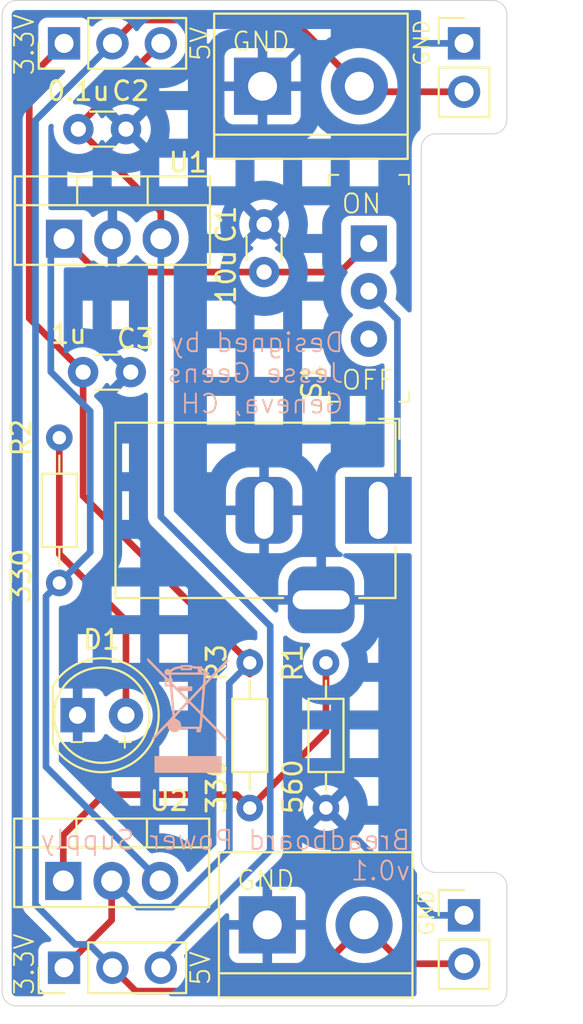
<source format=kicad_pcb>
(kicad_pcb (version 20240108) (generator "pcbnew") (generator_version "8.0")
  (layers (0 "F.Cu" signal) (31 "B.Cu" signal) (34 "B.Paste" user) (35 "F.Paste" user) (36 "B.SilkS" user "B.Silkscreen") (37 "F.SilkS" user "F.Silkscreen") (38 "B.Mask" user) (39 "F.Mask" user) (44 "Edge.Cuts" user))
  (net 0 "")
  (net 1 "GND")
  (net 2 "/12V")
  (net 3 "/5V")
  (net 4 "/3.3V")
  (net 5 "Net-(D1-A)")
  (net 6 "/PWR_OUTPUT")
  (net 7 "/PWR_INPUT")
  (net 8 "Net-(U2-ADJ)")
  (footprint "TerminalBlock:TerminalBlock_bornier-2_P5.08mm" (layer "F.Cu") (at 63.92 107.75)
    (property "Reference" "J7" (hide yes))
    (property "Value" "Screw_Terminal_01x02" (hide yes))
    (pad "1" thru_hole rect (at 0 0) (size 3 3) (drill 1.52) (layers "*.Cu" "*.Mask" "In1.Cu" "In2.Cu" "In3.Cu" "In4.Cu" "In5.Cu" "In6.Cu" "In7.Cu" "In8.Cu" "In9.Cu" "In10.Cu" "In11.Cu" "In12.Cu" "In13.Cu" "In14.Cu" "In15.Cu" "In16.Cu" "In17.Cu" "In18.Cu" "In19.Cu" "In20.Cu" "In21.Cu" "In22.Cu" "In23.Cu" "In24.Cu" "In25.Cu" "In26.Cu" "In27.Cu" "In28.Cu" "In29.Cu" "In30.Cu") (net 1 "GND"))
    (pad "2" thru_hole circle (at 5.08 0) (size 3 3) (drill 1.52) (layers "*.Cu" "*.Mask" "In1.Cu" "In2.Cu" "In3.Cu" "In4.Cu" "In5.Cu" "In6.Cu" "In7.Cu" "In8.Cu" "In9.Cu" "In10.Cu" "In11.Cu" "In12.Cu" "In13.Cu" "In14.Cu" "In15.Cu" "In16.Cu" "In17.Cu" "In18.Cu" "In19.Cu" "In20.Cu" "In21.Cu" "In22.Cu" "In23.Cu" "In24.Cu" "In25.Cu" "In26.Cu" "In27.Cu" "In28.Cu" "In29.Cu" "In30.Cu") (net 6 "/PWR_OUTPUT"))
  )
  (footprint "Resistor_THT:R_Axial_DIN0204_L3.6mm_D1.6mm_P7.62mm_Horizontal" (layer "F.Cu") (at 63 101.62 90)
    (property "Reference" "R3" (at 7.62 -1.75 90) (layer "F.SilkS"))
    (property "Value" "330" (at 1.12 -1.75 90) (layer "F.SilkS"))
    (pad "1" thru_hole circle (at 0 0 90) (size 1.4 1.4) (drill 0.7) (layers "*.Cu" "*.Mask" "In1.Cu" "In2.Cu" "In3.Cu" "In4.Cu" "In5.Cu" "In6.Cu" "In7.Cu" "In8.Cu" "In9.Cu" "In10.Cu" "In11.Cu" "In12.Cu" "In13.Cu" "In14.Cu" "In15.Cu" "In16.Cu" "In17.Cu" "In18.Cu" "In19.Cu" "In20.Cu" "In21.Cu" "In22.Cu" "In23.Cu" "In24.Cu" "In25.Cu" "In26.Cu" "In27.Cu" "In28.Cu" "In29.Cu" "In30.Cu") (net 8 "Net-(U2-ADJ)"))
    (pad "2" thru_hole oval (at 7.62 0 90) (size 1.4 1.4) (drill 0.7) (layers "*.Cu" "*.Mask" "In1.Cu" "In2.Cu" "In3.Cu" "In4.Cu" "In5.Cu" "In6.Cu" "In7.Cu" "In8.Cu" "In9.Cu" "In10.Cu" "In11.Cu" "In12.Cu" "In13.Cu" "In14.Cu" "In15.Cu" "In16.Cu" "In17.Cu" "In18.Cu" "In19.Cu" "In20.Cu" "In21.Cu" "In22.Cu" "In23.Cu" "In24.Cu" "In25.Cu" "In26.Cu" "In27.Cu" "In28.Cu" "In29.Cu" "In30.Cu") (net 4 "/3.3V"))
  )
  (footprint "Connector_PinHeader_2.54mm:PinHeader_1x02_P2.54mm_Vertical" (layer "F.Cu") (at 74.25 107.25)
    (property "Reference" "J2" (hide yes))
    (property "Value" "Conn_01x02_Pin")
    (pad "1" thru_hole rect (at 0 0) (size 1.7 1.7) (drill 1) (layers "*.Cu" "*.Mask" "In1.Cu" "In2.Cu" "In3.Cu" "In4.Cu" "In5.Cu" "In6.Cu" "In7.Cu" "In8.Cu" "In9.Cu" "In10.Cu" "In11.Cu" "In12.Cu" "In13.Cu" "In14.Cu" "In15.Cu" "In16.Cu" "In17.Cu" "In18.Cu" "In19.Cu" "In20.Cu" "In21.Cu" "In22.Cu" "In23.Cu" "In24.Cu" "In25.Cu" "In26.Cu" "In27.Cu" "In28.Cu" "In29.Cu" "In30.Cu") (net 1 "GND"))
    (pad "2" thru_hole oval (at 0 2.54) (size 1.7 1.7) (drill 1) (layers "*.Cu" "*.Mask" "In1.Cu" "In2.Cu" "In3.Cu" "In4.Cu" "In5.Cu" "In6.Cu" "In7.Cu" "In8.Cu" "In9.Cu" "In10.Cu" "In11.Cu" "In12.Cu" "In13.Cu" "In14.Cu" "In15.Cu" "In16.Cu" "In17.Cu" "In18.Cu" "In19.Cu" "In20.Cu" "In21.Cu" "In22.Cu" "In23.Cu" "In24.Cu" "In25.Cu" "In26.Cu" "In27.Cu" "In28.Cu" "In29.Cu" "In30.Cu") (net 6 "/PWR_OUTPUT"))
  )
  (footprint "Connector_PinHeader_2.54mm:PinHeader_1x03_P2.54mm_Vertical" (layer "F.Cu") (at 53.25 110 90)
    (property "Reference" "J4" (hide yes))
    (property "Value" "Conn_01x03_Pin" (hide yes))
    (pad "1" thru_hole rect (at 0 0 90) (size 1.7 1.7) (drill 1) (layers "*.Cu" "*.Mask" "In1.Cu" "In2.Cu" "In3.Cu" "In4.Cu" "In5.Cu" "In6.Cu" "In7.Cu" "In8.Cu" "In9.Cu" "In10.Cu" "In11.Cu" "In12.Cu" "In13.Cu" "In14.Cu" "In15.Cu" "In16.Cu" "In17.Cu" "In18.Cu" "In19.Cu" "In20.Cu" "In21.Cu" "In22.Cu" "In23.Cu" "In24.Cu" "In25.Cu" "In26.Cu" "In27.Cu" "In28.Cu" "In29.Cu" "In30.Cu") (net 4 "/3.3V"))
    (pad "2" thru_hole oval (at 0 2.54 90) (size 1.7 1.7) (drill 1) (layers "*.Cu" "*.Mask" "In1.Cu" "In2.Cu" "In3.Cu" "In4.Cu" "In5.Cu" "In6.Cu" "In7.Cu" "In8.Cu" "In9.Cu" "In10.Cu" "In11.Cu" "In12.Cu" "In13.Cu" "In14.Cu" "In15.Cu" "In16.Cu" "In17.Cu" "In18.Cu" "In19.Cu" "In20.Cu" "In21.Cu" "In22.Cu" "In23.Cu" "In24.Cu" "In25.Cu" "In26.Cu" "In27.Cu" "In28.Cu" "In29.Cu" "In30.Cu") (net 6 "/PWR_OUTPUT"))
    (pad "3" thru_hole oval (at 0 5.08 90) (size 1.7 1.7) (drill 1) (layers "*.Cu" "*.Mask" "In1.Cu" "In2.Cu" "In3.Cu" "In4.Cu" "In5.Cu" "In6.Cu" "In7.Cu" "In8.Cu" "In9.Cu" "In10.Cu" "In11.Cu" "In12.Cu" "In13.Cu" "In14.Cu" "In15.Cu" "In16.Cu" "In17.Cu" "In18.Cu" "In19.Cu" "In20.Cu" "In21.Cu" "In22.Cu" "In23.Cu" "In24.Cu" "In25.Cu" "In26.Cu" "In27.Cu" "In28.Cu" "In29.Cu" "In30.Cu") (net 3 "/5V"))
  )
  (footprint "Connector_BarrelJack:BarrelJack_Horizontal" (layer "F.Cu") (at 69.75 86)
    (property "Reference" "J6" (hide yes))
    (property "Value" "Barrel_Jack_Switch" (hide yes))
    (pad "1" thru_hole rect (at 0 0) (size 3.5 3.5) (drill oval 1 3) (layers "*.Cu" "*.Mask" "In1.Cu" "In2.Cu" "In3.Cu" "In4.Cu" "In5.Cu" "In6.Cu" "In7.Cu" "In8.Cu" "In9.Cu" "In10.Cu" "In11.Cu" "In12.Cu" "In13.Cu" "In14.Cu" "In15.Cu" "In16.Cu" "In17.Cu" "In18.Cu" "In19.Cu" "In20.Cu" "In21.Cu" "In22.Cu" "In23.Cu" "In24.Cu" "In25.Cu" "In26.Cu" "In27.Cu" "In28.Cu" "In29.Cu" "In30.Cu") (net 7 "/PWR_INPUT"))
    (pad "2" thru_hole roundrect (at -6 0) (size 3 3.5) (drill oval 1 3) (layers "*.Cu" "*.Mask" "In1.Cu" "In2.Cu" "In3.Cu" "In4.Cu" "In5.Cu" "In6.Cu" "In7.Cu" "In8.Cu" "In9.Cu" "In10.Cu" "In11.Cu" "In12.Cu" "In13.Cu" "In14.Cu" "In15.Cu" "In16.Cu" "In17.Cu" "In18.Cu" "In19.Cu" "In20.Cu" "In21.Cu" "In22.Cu" "In23.Cu" "In24.Cu" "In25.Cu" "In26.Cu" "In27.Cu" "In28.Cu" "In29.Cu" "In30.Cu") (net 1 "GND"))
    (pad "3" thru_hole roundrect (at -3 4.7) (size 3.5 3.5) (drill oval 3 1) (layers "*.Cu" "*.Mask" "In1.Cu" "In2.Cu" "In3.Cu" "In4.Cu" "In5.Cu" "In6.Cu" "In7.Cu" "In8.Cu" "In9.Cu" "In10.Cu" "In11.Cu" "In12.Cu" "In13.Cu" "In14.Cu" "In15.Cu" "In16.Cu" "In17.Cu" "In18.Cu" "In19.Cu" "In20.Cu" "In21.Cu" "In22.Cu" "In23.Cu" "In24.Cu" "In25.Cu" "In26.Cu" "In27.Cu" "In28.Cu" "In29.Cu" "In30.Cu") (net 1 "GND"))
  )
  (footprint "Capacitor_THT:C_Disc_D3.0mm_W1.6mm_P2.50mm" (layer "F.Cu") (at 63.75 73.5 90)
    (property "Reference" "C1" (at 2.5 -2 90) (layer "F.SilkS"))
    (property "Value" "10u" (at -0.25 -2 90) (layer "F.SilkS"))
    (pad "1" thru_hole circle (at 0 0 90) (size 1.6 1.6) (drill 0.8) (layers "*.Cu" "*.Mask" "In1.Cu" "In2.Cu" "In3.Cu" "In4.Cu" "In5.Cu" "In6.Cu" "In7.Cu" "In8.Cu" "In9.Cu" "In10.Cu" "In11.Cu" "In12.Cu" "In13.Cu" "In14.Cu" "In15.Cu" "In16.Cu" "In17.Cu" "In18.Cu" "In19.Cu" "In20.Cu" "In21.Cu" "In22.Cu" "In23.Cu" "In24.Cu" "In25.Cu" "In26.Cu" "In27.Cu" "In28.Cu" "In29.Cu" "In30.Cu") (net 2 "/12V"))
    (pad "2" thru_hole circle (at 2.5 0 90) (size 1.6 1.6) (drill 0.8) (layers "*.Cu" "*.Mask" "In1.Cu" "In2.Cu" "In3.Cu" "In4.Cu" "In5.Cu" "In6.Cu" "In7.Cu" "In8.Cu" "In9.Cu" "In10.Cu" "In11.Cu" "In12.Cu" "In13.Cu" "In14.Cu" "In15.Cu" "In16.Cu" "In17.Cu" "In18.Cu" "In19.Cu" "In20.Cu" "In21.Cu" "In22.Cu" "In23.Cu" "In24.Cu" "In25.Cu" "In26.Cu" "In27.Cu" "In28.Cu" "In29.Cu" "In30.Cu") (net 1 "GND"))
  )
  (footprint "Package_TO_SOT_THT:TO-220-3_Vertical" (layer "F.Cu") (at 53.25 71.75)
    (property "Reference" "U1" (at 6.5 -4 0) (layer "F.SilkS"))
    (property "Value" "LM7805_TO220")
    (pad "1" thru_hole rect (at 0 0) (size 1.905 2) (drill 1.1) (layers "*.Cu" "*.Mask" "In1.Cu" "In2.Cu" "In3.Cu" "In4.Cu" "In5.Cu" "In6.Cu" "In7.Cu" "In8.Cu" "In9.Cu" "In10.Cu" "In11.Cu" "In12.Cu" "In13.Cu" "In14.Cu" "In15.Cu" "In16.Cu" "In17.Cu" "In18.Cu" "In19.Cu" "In20.Cu" "In21.Cu" "In22.Cu" "In23.Cu" "In24.Cu" "In25.Cu" "In26.Cu" "In27.Cu" "In28.Cu" "In29.Cu" "In30.Cu") (net 2 "/12V"))
    (pad "2" thru_hole oval (at 2.54 0) (size 1.905 2) (drill 1.1) (layers "*.Cu" "*.Mask" "In1.Cu" "In2.Cu" "In3.Cu" "In4.Cu" "In5.Cu" "In6.Cu" "In7.Cu" "In8.Cu" "In9.Cu" "In10.Cu" "In11.Cu" "In12.Cu" "In13.Cu" "In14.Cu" "In15.Cu" "In16.Cu" "In17.Cu" "In18.Cu" "In19.Cu" "In20.Cu" "In21.Cu" "In22.Cu" "In23.Cu" "In24.Cu" "In25.Cu" "In26.Cu" "In27.Cu" "In28.Cu" "In29.Cu" "In30.Cu") (net 1 "GND"))
    (pad "3" thru_hole oval (at 5.08 0) (size 1.905 2) (drill 1.1) (layers "*.Cu" "*.Mask" "In1.Cu" "In2.Cu" "In3.Cu" "In4.Cu" "In5.Cu" "In6.Cu" "In7.Cu" "In8.Cu" "In9.Cu" "In10.Cu" "In11.Cu" "In12.Cu" "In13.Cu" "In14.Cu" "In15.Cu" "In16.Cu" "In17.Cu" "In18.Cu" "In19.Cu" "In20.Cu" "In21.Cu" "In22.Cu" "In23.Cu" "In24.Cu" "In25.Cu" "In26.Cu" "In27.Cu" "In28.Cu" "In29.Cu" "In30.Cu") (net 3 "/5V"))
  )
  (footprint "digikey-footprints:Switch_Slide_11.6x4mm_EG1218" (layer "F.Cu") (at 69.25 72 -90)
    (property "Reference" "S1" (at 7.25 3 90) (layer "F.SilkS"))
    (property "Value" "EG1218")
    (pad "1" thru_hole rect (at 0 0 270) (size 1.9 1.9) (drill 0.9) (layers "*.Cu" "*.Mask" "In1.Cu" "In2.Cu" "In3.Cu" "In4.Cu" "In5.Cu" "In6.Cu" "In7.Cu" "In8.Cu" "In9.Cu" "In10.Cu" "In11.Cu" "In12.Cu" "In13.Cu" "In14.Cu" "In15.Cu" "In16.Cu" "In17.Cu" "In18.Cu" "In19.Cu" "In20.Cu" "In21.Cu" "In22.Cu" "In23.Cu" "In24.Cu" "In25.Cu" "In26.Cu" "In27.Cu" "In28.Cu" "In29.Cu" "In30.Cu") (net 2 "/12V"))
    (pad "2" thru_hole circle (at 2.5 0 270) (size 1.9 1.9) (drill 0.9) (layers "*.Cu" "*.Mask" "In1.Cu" "In2.Cu" "In3.Cu" "In4.Cu" "In5.Cu" "In6.Cu" "In7.Cu" "In8.Cu" "In9.Cu" "In10.Cu" "In11.Cu" "In12.Cu" "In13.Cu" "In14.Cu" "In15.Cu" "In16.Cu" "In17.Cu" "In18.Cu" "In19.Cu" "In20.Cu" "In21.Cu" "In22.Cu" "In23.Cu" "In24.Cu" "In25.Cu" "In26.Cu" "In27.Cu" "In28.Cu" "In29.Cu" "In30.Cu") (net 7 "/PWR_INPUT"))
    (pad "3" thru_hole circle (at 5 0 270) (size 1.9 1.9) (drill 0.9) (layers "*.Cu" "*.Mask" "In1.Cu" "In2.Cu" "In3.Cu" "In4.Cu" "In5.Cu" "In6.Cu" "In7.Cu" "In8.Cu" "In9.Cu" "In10.Cu" "In11.Cu" "In12.Cu" "In13.Cu" "In14.Cu" "In15.Cu" "In16.Cu" "In17.Cu" "In18.Cu" "In19.Cu" "In20.Cu" "In21.Cu" "In22.Cu" "In23.Cu" "In24.Cu" "In25.Cu" "In26.Cu" "In27.Cu" "In28.Cu" "In29.Cu" "In30.Cu"))
  )
  (footprint "Connector_PinHeader_2.54mm:PinHeader_1x02_P2.54mm_Vertical" (layer "F.Cu") (at 74.25 61.5)
    (property "Reference" "J1" (hide yes))
    (property "Value" "Conn_01x02_Pin" (hide yes))
    (pad "1" thru_hole rect (at 0 0) (size 1.7 1.7) (drill 1) (layers "*.Cu" "*.Mask" "In1.Cu" "In2.Cu" "In3.Cu" "In4.Cu" "In5.Cu" "In6.Cu" "In7.Cu" "In8.Cu" "In9.Cu" "In10.Cu" "In11.Cu" "In12.Cu" "In13.Cu" "In14.Cu" "In15.Cu" "In16.Cu" "In17.Cu" "In18.Cu" "In19.Cu" "In20.Cu" "In21.Cu" "In22.Cu" "In23.Cu" "In24.Cu" "In25.Cu" "In26.Cu" "In27.Cu" "In28.Cu" "In29.Cu" "In30.Cu") (net 1 "GND"))
    (pad "2" thru_hole oval (at 0 2.54) (size 1.7 1.7) (drill 1) (layers "*.Cu" "*.Mask" "In1.Cu" "In2.Cu" "In3.Cu" "In4.Cu" "In5.Cu" "In6.Cu" "In7.Cu" "In8.Cu" "In9.Cu" "In10.Cu" "In11.Cu" "In12.Cu" "In13.Cu" "In14.Cu" "In15.Cu" "In16.Cu" "In17.Cu" "In18.Cu" "In19.Cu" "In20.Cu" "In21.Cu" "In22.Cu" "In23.Cu" "In24.Cu" "In25.Cu" "In26.Cu" "In27.Cu" "In28.Cu" "In29.Cu" "In30.Cu") (net 6 "/PWR_OUTPUT"))
  )
  (footprint "Capacitor_THT:C_Disc_D3.0mm_W1.6mm_P2.50mm" (layer "F.Cu") (at 54.25 78.75)
    (property "Reference" "C3" (at 2.75 -1.75 0) (layer "F.SilkS"))
    (property "Value" "1u" (at -0.75 -2 0) (layer "F.SilkS"))
    (pad "1" thru_hole circle (at 0 0) (size 1.6 1.6) (drill 0.8) (layers "*.Cu" "*.Mask" "In1.Cu" "In2.Cu" "In3.Cu" "In4.Cu" "In5.Cu" "In6.Cu" "In7.Cu" "In8.Cu" "In9.Cu" "In10.Cu" "In11.Cu" "In12.Cu" "In13.Cu" "In14.Cu" "In15.Cu" "In16.Cu" "In17.Cu" "In18.Cu" "In19.Cu" "In20.Cu" "In21.Cu" "In22.Cu" "In23.Cu" "In24.Cu" "In25.Cu" "In26.Cu" "In27.Cu" "In28.Cu" "In29.Cu" "In30.Cu") (net 4 "/3.3V"))
    (pad "2" thru_hole circle (at 2.5 0) (size 1.6 1.6) (drill 0.8) (layers "*.Cu" "*.Mask" "In1.Cu" "In2.Cu" "In3.Cu" "In4.Cu" "In5.Cu" "In6.Cu" "In7.Cu" "In8.Cu" "In9.Cu" "In10.Cu" "In11.Cu" "In12.Cu" "In13.Cu" "In14.Cu" "In15.Cu" "In16.Cu" "In17.Cu" "In18.Cu" "In19.Cu" "In20.Cu" "In21.Cu" "In22.Cu" "In23.Cu" "In24.Cu" "In25.Cu" "In26.Cu" "In27.Cu" "In28.Cu" "In29.Cu" "In30.Cu") (net 1 "GND"))
  )
  (footprint "Resistor_THT:R_Axial_DIN0204_L3.6mm_D1.6mm_P7.62mm_Horizontal" (layer "F.Cu") (at 53 89.81 90)
    (property "Reference" "R2" (at 7.62 -2 90) (layer "F.SilkS"))
    (property "Value" "330" (at 0.37 -2 90) (layer "F.SilkS"))
    (pad "1" thru_hole circle (at 0 0 90) (size 1.4 1.4) (drill 0.7) (layers "*.Cu" "*.Mask" "In1.Cu" "In2.Cu" "In3.Cu" "In4.Cu" "In5.Cu" "In6.Cu" "In7.Cu" "In8.Cu" "In9.Cu" "In10.Cu" "In11.Cu" "In12.Cu" "In13.Cu" "In14.Cu" "In15.Cu" "In16.Cu" "In17.Cu" "In18.Cu" "In19.Cu" "In20.Cu" "In21.Cu" "In22.Cu" "In23.Cu" "In24.Cu" "In25.Cu" "In26.Cu" "In27.Cu" "In28.Cu" "In29.Cu" "In30.Cu") (net 2 "/12V"))
    (pad "2" thru_hole oval (at 7.62 0 90) (size 1.4 1.4) (drill 0.7) (layers "*.Cu" "*.Mask" "In1.Cu" "In2.Cu" "In3.Cu" "In4.Cu" "In5.Cu" "In6.Cu" "In7.Cu" "In8.Cu" "In9.Cu" "In10.Cu" "In11.Cu" "In12.Cu" "In13.Cu" "In14.Cu" "In15.Cu" "In16.Cu" "In17.Cu" "In18.Cu" "In19.Cu" "In20.Cu" "In21.Cu" "In22.Cu" "In23.Cu" "In24.Cu" "In25.Cu" "In26.Cu" "In27.Cu" "In28.Cu" "In29.Cu" "In30.Cu") (net 5 "Net-(D1-A)"))
  )
  (footprint "Resistor_THT:R_Axial_DIN0204_L3.6mm_D1.6mm_P7.62mm_Horizontal" (layer "F.Cu") (at 67 101.62 90)
    (property "Reference" "R1" (at 7.62 -1.75 90) (layer "F.SilkS"))
    (property "Value" "560" (at 1.12 -1.75 90) (layer "F.SilkS"))
    (pad "1" thru_hole circle (at 0 0 90) (size 1.4 1.4) (drill 0.7) (layers "*.Cu" "*.Mask" "In1.Cu" "In2.Cu" "In3.Cu" "In4.Cu" "In5.Cu" "In6.Cu" "In7.Cu" "In8.Cu" "In9.Cu" "In10.Cu" "In11.Cu" "In12.Cu" "In13.Cu" "In14.Cu" "In15.Cu" "In16.Cu" "In17.Cu" "In18.Cu" "In19.Cu" "In20.Cu" "In21.Cu" "In22.Cu" "In23.Cu" "In24.Cu" "In25.Cu" "In26.Cu" "In27.Cu" "In28.Cu" "In29.Cu" "In30.Cu") (net 1 "GND"))
    (pad "2" thru_hole oval (at 7.62 0 90) (size 1.4 1.4) (drill 0.7) (layers "*.Cu" "*.Mask" "In1.Cu" "In2.Cu" "In3.Cu" "In4.Cu" "In5.Cu" "In6.Cu" "In7.Cu" "In8.Cu" "In9.Cu" "In10.Cu" "In11.Cu" "In12.Cu" "In13.Cu" "In14.Cu" "In15.Cu" "In16.Cu" "In17.Cu" "In18.Cu" "In19.Cu" "In20.Cu" "In21.Cu" "In22.Cu" "In23.Cu" "In24.Cu" "In25.Cu" "In26.Cu" "In27.Cu" "In28.Cu" "In29.Cu" "In30.Cu") (net 8 "Net-(U2-ADJ)"))
  )
  (footprint "TerminalBlock:TerminalBlock_bornier-2_P5.08mm" (layer "F.Cu") (at 63.67 63.75)
    (property "Reference" "J5" (hide yes))
    (property "Value" "Screw_Terminal_01x02" (hide yes))
    (pad "1" thru_hole rect (at 0 0) (size 3 3) (drill 1.52) (layers "*.Cu" "*.Mask" "In1.Cu" "In2.Cu" "In3.Cu" "In4.Cu" "In5.Cu" "In6.Cu" "In7.Cu" "In8.Cu" "In9.Cu" "In10.Cu" "In11.Cu" "In12.Cu" "In13.Cu" "In14.Cu" "In15.Cu" "In16.Cu" "In17.Cu" "In18.Cu" "In19.Cu" "In20.Cu" "In21.Cu" "In22.Cu" "In23.Cu" "In24.Cu" "In25.Cu" "In26.Cu" "In27.Cu" "In28.Cu" "In29.Cu" "In30.Cu") (net 1 "GND"))
    (pad "2" thru_hole circle (at 5.08 0) (size 3 3) (drill 1.52) (layers "*.Cu" "*.Mask" "In1.Cu" "In2.Cu" "In3.Cu" "In4.Cu" "In5.Cu" "In6.Cu" "In7.Cu" "In8.Cu" "In9.Cu" "In10.Cu" "In11.Cu" "In12.Cu" "In13.Cu" "In14.Cu" "In15.Cu" "In16.Cu" "In17.Cu" "In18.Cu" "In19.Cu" "In20.Cu" "In21.Cu" "In22.Cu" "In23.Cu" "In24.Cu" "In25.Cu" "In26.Cu" "In27.Cu" "In28.Cu" "In29.Cu" "In30.Cu") (net 6 "/PWR_OUTPUT"))
  )
  (footprint "Capacitor_THT:C_Disc_D3.0mm_W1.6mm_P2.50mm" (layer "F.Cu") (at 54 66)
    (property "Reference" "C2" (at 2.75 -2 0) (layer "F.SilkS"))
    (property "Value" "0.1u" (at 0 -2 0) (layer "F.SilkS"))
    (pad "1" thru_hole circle (at 0 0) (size 1.6 1.6) (drill 0.8) (layers "*.Cu" "*.Mask" "In1.Cu" "In2.Cu" "In3.Cu" "In4.Cu" "In5.Cu" "In6.Cu" "In7.Cu" "In8.Cu" "In9.Cu" "In10.Cu" "In11.Cu" "In12.Cu" "In13.Cu" "In14.Cu" "In15.Cu" "In16.Cu" "In17.Cu" "In18.Cu" "In19.Cu" "In20.Cu" "In21.Cu" "In22.Cu" "In23.Cu" "In24.Cu" "In25.Cu" "In26.Cu" "In27.Cu" "In28.Cu" "In29.Cu" "In30.Cu") (net 3 "/5V"))
    (pad "2" thru_hole circle (at 2.5 0) (size 1.6 1.6) (drill 0.8) (layers "*.Cu" "*.Mask" "In1.Cu" "In2.Cu" "In3.Cu" "In4.Cu" "In5.Cu" "In6.Cu" "In7.Cu" "In8.Cu" "In9.Cu" "In10.Cu" "In11.Cu" "In12.Cu" "In13.Cu" "In14.Cu" "In15.Cu" "In16.Cu" "In17.Cu" "In18.Cu" "In19.Cu" "In20.Cu" "In21.Cu" "In22.Cu" "In23.Cu" "In24.Cu" "In25.Cu" "In26.Cu" "In27.Cu" "In28.Cu" "In29.Cu" "In30.Cu") (net 1 "GND"))
  )
  (footprint "Connector_PinHeader_2.54mm:PinHeader_1x03_P2.54mm_Vertical" (layer "F.Cu") (at 53.25 61.5 90)
    (property "Reference" "J3" (hide yes))
    (property "Value" "Conn_01x03_Pin" (hide yes))
    (pad "1" thru_hole rect (at 0 0 90) (size 1.7 1.7) (drill 1) (layers "*.Cu" "*.Mask" "In1.Cu" "In2.Cu" "In3.Cu" "In4.Cu" "In5.Cu" "In6.Cu" "In7.Cu" "In8.Cu" "In9.Cu" "In10.Cu" "In11.Cu" "In12.Cu" "In13.Cu" "In14.Cu" "In15.Cu" "In16.Cu" "In17.Cu" "In18.Cu" "In19.Cu" "In20.Cu" "In21.Cu" "In22.Cu" "In23.Cu" "In24.Cu" "In25.Cu" "In26.Cu" "In27.Cu" "In28.Cu" "In29.Cu" "In30.Cu") (net 4 "/3.3V"))
    (pad "2" thru_hole oval (at 0 2.54 90) (size 1.7 1.7) (drill 1) (layers "*.Cu" "*.Mask" "In1.Cu" "In2.Cu" "In3.Cu" "In4.Cu" "In5.Cu" "In6.Cu" "In7.Cu" "In8.Cu" "In9.Cu" "In10.Cu" "In11.Cu" "In12.Cu" "In13.Cu" "In14.Cu" "In15.Cu" "In16.Cu" "In17.Cu" "In18.Cu" "In19.Cu" "In20.Cu" "In21.Cu" "In22.Cu" "In23.Cu" "In24.Cu" "In25.Cu" "In26.Cu" "In27.Cu" "In28.Cu" "In29.Cu" "In30.Cu") (net 6 "/PWR_OUTPUT"))
    (pad "3" thru_hole oval (at 0 5.08 90) (size 1.7 1.7) (drill 1) (layers "*.Cu" "*.Mask" "In1.Cu" "In2.Cu" "In3.Cu" "In4.Cu" "In5.Cu" "In6.Cu" "In7.Cu" "In8.Cu" "In9.Cu" "In10.Cu" "In11.Cu" "In12.Cu" "In13.Cu" "In14.Cu" "In15.Cu" "In16.Cu" "In17.Cu" "In18.Cu" "In19.Cu" "In20.Cu" "In21.Cu" "In22.Cu" "In23.Cu" "In24.Cu" "In25.Cu" "In26.Cu" "In27.Cu" "In28.Cu" "In29.Cu" "In30.Cu") (net 3 "/5V"))
  )
  (footprint "LED_THT:LED_D5.0mm" (layer "F.Cu") (at 53.96 96.75)
    (property "Reference" "D1" (at 1.27 -3.96 0) (layer "F.SilkS"))
    (property "Value" "LED")
    (pad "1" thru_hole rect (at 0 0) (size 1.8 1.8) (drill 0.9) (layers "*.Cu" "*.Mask" "In1.Cu" "In2.Cu" "In3.Cu" "In4.Cu" "In5.Cu" "In6.Cu" "In7.Cu" "In8.Cu" "In9.Cu" "In10.Cu" "In11.Cu" "In12.Cu" "In13.Cu" "In14.Cu" "In15.Cu" "In16.Cu" "In17.Cu" "In18.Cu" "In19.Cu" "In20.Cu" "In21.Cu" "In22.Cu" "In23.Cu" "In24.Cu" "In25.Cu" "In26.Cu" "In27.Cu" "In28.Cu" "In29.Cu" "In30.Cu") (net 1 "GND"))
    (pad "2" thru_hole circle (at 2.54 0) (size 1.8 1.8) (drill 0.9) (layers "*.Cu" "*.Mask" "In1.Cu" "In2.Cu" "In3.Cu" "In4.Cu" "In5.Cu" "In6.Cu" "In7.Cu" "In8.Cu" "In9.Cu" "In10.Cu" "In11.Cu" "In12.Cu" "In13.Cu" "In14.Cu" "In15.Cu" "In16.Cu" "In17.Cu" "In18.Cu" "In19.Cu" "In20.Cu" "In21.Cu" "In22.Cu" "In23.Cu" "In24.Cu" "In25.Cu" "In26.Cu" "In27.Cu" "In28.Cu" "In29.Cu" "In30.Cu") (net 5 "Net-(D1-A)"))
  )
  (footprint "Package_TO_SOT_THT:TO-220-3_Vertical" (layer "F.Cu") (at 53.21 105.445)
    (property "Reference" "U2" (at 5.54 -4.195 0) (layer "F.SilkS"))
    (property "Value" "LM317_TO-220")
    (pad "1" thru_hole rect (at 0 0) (size 1.905 2) (drill 1.1) (layers "*.Cu" "*.Mask" "In1.Cu" "In2.Cu" "In3.Cu" "In4.Cu" "In5.Cu" "In6.Cu" "In7.Cu" "In8.Cu" "In9.Cu" "In10.Cu" "In11.Cu" "In12.Cu" "In13.Cu" "In14.Cu" "In15.Cu" "In16.Cu" "In17.Cu" "In18.Cu" "In19.Cu" "In20.Cu" "In21.Cu" "In22.Cu" "In23.Cu" "In24.Cu" "In25.Cu" "In26.Cu" "In27.Cu" "In28.Cu" "In29.Cu" "In30.Cu") (net 8 "Net-(U2-ADJ)"))
    (pad "2" thru_hole oval (at 2.54 0) (size 1.905 2) (drill 1.1) (layers "*.Cu" "*.Mask" "In1.Cu" "In2.Cu" "In3.Cu" "In4.Cu" "In5.Cu" "In6.Cu" "In7.Cu" "In8.Cu" "In9.Cu" "In10.Cu" "In11.Cu" "In12.Cu" "In13.Cu" "In14.Cu" "In15.Cu" "In16.Cu" "In17.Cu" "In18.Cu" "In19.Cu" "In20.Cu" "In21.Cu" "In22.Cu" "In23.Cu" "In24.Cu" "In25.Cu" "In26.Cu" "In27.Cu" "In28.Cu" "In29.Cu" "In30.Cu") (net 4 "/3.3V"))
    (pad "3" thru_hole oval (at 5.08 0) (size 1.905 2) (drill 1.1) (layers "*.Cu" "*.Mask" "In1.Cu" "In2.Cu" "In3.Cu" "In4.Cu" "In5.Cu" "In6.Cu" "In7.Cu" "In8.Cu" "In9.Cu" "In10.Cu" "In11.Cu" "In12.Cu" "In13.Cu" "In14.Cu" "In15.Cu" "In16.Cu" "In17.Cu" "In18.Cu" "In19.Cu" "In20.Cu" "In21.Cu" "In22.Cu" "In23.Cu" "In24.Cu" "In25.Cu" "In26.Cu" "In27.Cu" "In28.Cu" "In29.Cu" "In30.Cu") (net 2 "/12V"))
  )
  (footprint "Symbol:WEEE-Logo_4.2x6mm_SilkScreen" (layer "B.Cu") (at 59.75 96.75 180)
    (property "Reference" "REF**" (hide yes))
    (property "Value" "WEEE-Logo_4.2x6mm_SilkScreen" (hide yes))
  )
  (gr_arc (start 75.75 59.25) (mid 76.28033 59.46967) (end 76.5 60) (stroke (width 0.05)) (layer "Edge.Cuts"))
  (gr_arc (start 50 60) (mid 50.21967 59.46967) (end 50.75 59.25) (stroke (width 0.05)) (layer "Edge.Cuts"))
  (gr_arc (start 72.75 105) (mid 72.21967 104.78033) (end 72 104.25) (stroke (width 0.05)) (layer "Edge.Cuts"))
  (gr_line (start 72 67) (end 72 104.25) (stroke (width 0.05)) (layer "Edge.Cuts"))
  (gr_arc (start 50.75 112) (mid 50.21967 111.78033) (end 50 111.25) (stroke (width 0.05)) (layer "Edge.Cuts"))
  (gr_arc (start 76.5 111.25) (mid 76.28033 111.78033) (end 75.75 112) (stroke (width 0.05)) (layer "Edge.Cuts"))
  (gr_arc (start 76.5 65.5) (mid 76.28033 66.03033) (end 75.75 66.25) (stroke (width 0.05)) (layer "Edge.Cuts"))
  (gr_line (start 50 111.25) (end 50 60) (stroke (width 0.05)) (layer "Edge.Cuts"))
  (gr_line (start 75.75 59.25) (end 50.75 59.25) (stroke (width 0.05)) (layer "Edge.Cuts"))
  (gr_line (start 75.75 66.25) (end 75.5 66.25) (stroke (width 0.05)) (layer "Edge.Cuts"))
  (gr_line (start 76.5 105.75) (end 76.5 111.25) (stroke (width 0.05)) (layer "Edge.Cuts"))
  (gr_arc (start 72 67) (mid 72.21967 66.46967) (end 72.75 66.25) (stroke (width 0.05)) (layer "Edge.Cuts"))
  (gr_line (start 75.5 66.25) (end 72.75 66.25) (stroke (width 0.05)) (layer "Edge.Cuts"))
  (gr_line (start 76.5 60) (end 76.5 65.5) (stroke (width 0.05)) (layer "Edge.Cuts"))
  (gr_line (start 75.75 112) (end 50.75 112) (stroke (width 0.05)) (layer "Edge.Cuts"))
  (gr_line (start 72.75 105) (end 75.75 105) (stroke (width 0.05)) (layer "Edge.Cuts"))
  (gr_arc (start 75.75 105) (mid 76.28033 105.21967) (end 76.5 105.75) (stroke (width 0.05)) (layer "Edge.Cuts"))
  (gr_text "Breadboard Power Supply\nv0.1" (at 71.5 105.5 0) (layer "B.SilkS") (effects (font (size 1 1) (thickness 0.1)) (justify left bottom mirror)))
  (gr_text "Designed by\nJesse Geens\nGeneva, CH" (at 68 81 0) (layer "B.SilkS") (effects (font (size 1 1) (thickness 0.1)) (justify left bottom mirror)))
  (gr_text "OFF" (at 67.75 79.75 0) (layer "F.SilkS") (effects (font (size 1 1) (thickness 0.1)) (justify left bottom)))
  (gr_text "GND" (at 62.25 106 0) (layer "F.SilkS") (effects (font (size 1 1) (thickness 0.1)) (justify left bottom)))
  (gr_text "GND" (at 62 62 0) (layer "F.SilkS") (effects (font (size 1 1) (thickness 0.1)) (justify left bottom)))
  (gr_text "-" (at 54.5 97.75 180) (layer "F.SilkS") (effects (font (size 0.8 0.8) (thickness 0.1)) (justify left bottom)))
  (gr_text "ON" (at 67.75 70.5 0) (layer "F.SilkS") (effects (font (size 1 1) (thickness 0.1)) (justify left bottom)))
  (gr_text "5V" (at 61 62.5 90) (layer "F.SilkS") (effects (font (size 1 1) (thickness 0.1)) (justify left bottom)))
  (gr_text "GND" (at 72.5 62.75 90) (layer "F.SilkS") (effects (font (size 0.8 0.8) (thickness 0.1)) (justify left bottom)))
  (gr_text "3.3V" (at 51.75 111.5 90) (layer "F.SilkS") (effects (font (size 1 1) (thickness 0.1)) (justify left bottom)))
  (gr_text "GND" (at 72.75 108.4 90) (layer "F.SilkS") (effects (font (size 0.8 0.8) (thickness 0.1)) (justify left bottom)))
  (gr_text "+" (at 57 97.75 180) (layer "F.SilkS") (effects (font (size 0.8 0.8) (thickness 0.1)) (justify left bottom)))
  (gr_text "5V" (at 61 111 90) (layer "F.SilkS") (effects (font (size 1 1) (thickness 0.1)) (justify left bottom)))
  (gr_text "3.3V" (at 51.75 63.25 90) (layer "F.SilkS") (effects (font (size 1 1) (thickness 0.1)) (justify left bottom)))
  (segment (start 72.63 107.25) (end 67 101.62) (width 0.35) (layer "B.Cu") (net 1))
  (segment (start 65.92 61.5) (end 63.67 63.75) (width 0.35) (layer "B.Cu") (net 1))
  (segment (start 74 61.5) (end 65.92 61.5) (width 0.35) (layer "B.Cu") (net 1))
  (segment (start 74.25 107.25) (end 72.63 107.25) (width 0.35) (layer "B.Cu") (net 1))
  (segment (start 63.75 73.5) (end 67.75 73.5) (width 0.35) (layer "F.Cu") (net 2))
  (segment (start 53.25 71.75) (end 55 73.5) (width 0.35) (layer "F.Cu") (net 2))
  (segment (start 55 73.5) (end 63.75 73.5) (width 0.35) (layer "F.Cu") (net 2))
  (segment (start 67.75 73.5) (end 69.25 72) (width 0.35) (layer "F.Cu") (net 2))
  (segment (start 54.625 80.80528) (end 54.625 88.185) (width 0.35) (layer "B.Cu") (net 2))
  (segment (start 53.25 71.75) (end 52.55472 72.44528) (width 0.35) (layer "B.Cu") (net 2))
  (segment (start 52.3 90.51) (end 52.3 99.455) (width 0.35) (layer "B.Cu") (net 2))
  (segment (start 52.3 99.455) (end 58.29 105.445) (width 0.35) (layer "B.Cu") (net 2))
  (segment (start 52.55472 78.735) (end 54.625 80.80528) (width 0.35) (layer "B.Cu") (net 2))
  (segment (start 52.55472 72.44528) (end 52.55472 78.735) (width 0.35) (layer "B.Cu") (net 2))
  (segment (start 54.625 88.185) (end 53 89.81) (width 0.35) (layer "B.Cu") (net 2))
  (segment (start 53 89.81) (end 52.3 90.51) (width 0.35) (layer "B.Cu") (net 2))
  (segment (start 58.33 70.33) (end 54 66) (width 0.35) (layer "F.Cu") (net 3))
  (segment (start 54 65.83) (end 54 66) (width 0.35) (layer "F.Cu") (net 3))
  (segment (start 58.33 71.75) (end 58.33 70.33) (width 0.35) (layer "F.Cu") (net 3))
  (segment (start 58.33 61.5) (end 54 65.83) (width 0.35) (layer "F.Cu") (net 3))
  (segment (start 58.33 110) (end 58.33 109.59) (width 0.35) (layer "B.Cu") (net 3))
  (segment (start 58.33 86.33) (end 58.33 71.75) (width 0.35) (layer "B.Cu") (net 3))
  (segment (start 58.33 109.59) (end 64.075 103.845) (width 0.35) (layer "B.Cu") (net 3))
  (segment (start 64.075 92.075) (end 58.33 86.33) (width 0.35) (layer "B.Cu") (net 3))
  (segment (start 64.075 103.845) (end 64.075 92.075) (width 0.35) (layer "B.Cu") (net 3))
  (segment (start 63 94.593123) (end 63 93.44) (width 0.35) (layer "F.Cu") (net 4))
  (segment (start 54.25 78.75) (end 54.25 85.25) (width 0.35) (layer "F.Cu") (net 4))
  (segment (start 55.75 107.5) (end 53.25 110) (width 0.35) (layer "F.Cu") (net 4))
  (segment (start 51.4225 63.3275) (end 53.25 61.5) (width 0.35) (layer "F.Cu") (net 4))
  (segment (start 54.25 85.25) (end 63 94) (width 0.35) (layer "F.Cu") (net 4))
  (segment (start 51.4225 75.9225) (end 51.4225 63.3275) (width 0.35) (layer "F.Cu") (net 4))
  (segment (start 55.75 105.445) (end 55.75 107.5) (width 0.35) (layer "F.Cu") (net 4))
  (segment (start 54.25 78.75) (end 51.4225 75.9225) (width 0.35) (layer "F.Cu") (net 4))
  (segment (start 57.125 106.82) (end 58.93 106.82) (width 0.35) (layer "B.Cu") (net 4))
  (segment (start 61.925 95.075) (end 63 94) (width 0.35) (layer "B.Cu") (net 4))
  (segment (start 55.75 105.445) (end 57.125 106.82) (width 0.35) (layer "B.Cu") (net 4))
  (segment (start 61.925 103.825) (end 61.925 95.075) (width 0.35) (layer "B.Cu") (net 4))
  (segment (start 58.93 106.82) (end 61.925 103.825) (width 0.35) (layer "B.Cu") (net 4))
  (segment (start 56.5 91.78972) (end 56.5 96.75) (width 0.35) (layer "F.Cu") (net 5))
  (segment (start 53 82.19) (end 53 88.28972) (width 0.35) (layer "F.Cu") (net 5))
  (segment (start 53 88.28972) (end 56.5 91.78972) (width 0.35) (layer "F.Cu") (net 5))
  (segment (start 69 107.75) (end 71.04 109.79) (width 0.35) (layer "F.Cu") (net 6))
  (segment (start 65.525 111.225) (end 57.015 111.225) (width 0.35) (layer "F.Cu") (net 6))
  (segment (start 57.015 60.275) (end 55.79 61.5) (width 0.35) (layer "F.Cu") (net 6))
  (segment (start 68.75 63.75) (end 65.275 60.275) (width 0.35) (layer "F.Cu") (net 6))
  (segment (start 74 64.04) (end 69.04 64.04) (width 0.35) (layer "F.Cu") (net 6))
  (segment (start 65.275 60.275) (end 57.015 60.275) (width 0.35) (layer "F.Cu") (net 6))
  (segment (start 57.015 111.225) (end 55.79 110) (width 0.35) (layer "F.Cu") (net 6))
  (segment (start 69 107.75) (end 65.525 111.225) (width 0.35) (layer "F.Cu") (net 6))
  (segment (start 69.04 64.04) (end 68.75 63.75) (width 0.35) (layer "F.Cu") (net 6))
  (segment (start 71.04 109.79) (end 74.25 109.79) (width 0.35) (layer "F.Cu") (net 6))
  (segment (start 55.79 61.5) (end 51.75 65.54) (width 0.35) (layer "B.Cu") (net 6))
  (segment (start 51.75 65.54) (end 51.75 106.6875) (width 0.35) (layer "B.Cu") (net 6))
  (segment (start 54.565 108.775) (end 55.79 110) (width 0.35) (layer "B.Cu") (net 6))
  (segment (start 53.8375 108.775) (end 54.565 108.775) (width 0.35) (layer "B.Cu") (net 6))
  (segment (start 51.75 106.6875) (end 53.8375 108.775) (width 0.35) (layer "B.Cu") (net 6))
  (segment (start 69.75 86) (end 70.75 85) (width 0.35) (layer "B.Cu") (net 7))
  (segment (start 70.75 76) (end 69.25 74.5) (width 0.35) (layer "B.Cu") (net 7))
  (segment (start 70.75 85) (end 70.75 76) (width 0.35) (layer "B.Cu") (net 7))
  (segment (start 63 101.62) (end 67 97.62) (width 0.35) (layer "F.Cu") (net 8))
  (segment (start 67 97.62) (end 67 94) (width 0.35) (layer "F.Cu") (net 8))
  (segment (start 62.3 100.92) (end 55.33 100.92) (width 0.35) (layer "F.Cu") (net 8))
  (segment (start 53.21 103.04) (end 53.21 105.445) (width 0.35) (layer "F.Cu") (net 8))
  (segment (start 63 101.62) (end 62.3 100.92) (width 0.35) (layer "F.Cu") (net 8))
  (segment (start 55.33 100.92) (end 53.21 103.04) (width 0.35) (layer "F.Cu") (net 8))
  (zone (net 1) (net_name "GND") (layer "B.Cu") (connect_pads (clearance 0.5)) (min_thickness 0.25) (fill yes (mode hatch) (thermal_gap 0.5) (thermal_bridge_width 0.5) (hatch_thickness 1) (hatch_gap 1.5) (hatch_orientation 0) (hatch_border_algorithm hatch_thickness) (hatch_min_hole_area 0.3))
    (polygon (pts (xy 72 59.5) (xy 50.5 59.5) (xy 50.5 111.75) (xy 71.75 111.75)))
  )
)
</source>
